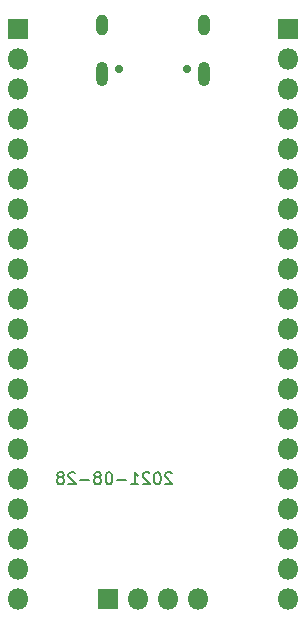
<source format=gbr>
%TF.GenerationSoftware,KiCad,Pcbnew,(5.1.6)-1*%
%TF.CreationDate,2021-08-28T00:22:51-07:00*%
%TF.ProjectId,Rocketboard-Engine,526f636b-6574-4626-9f61-72642d456e67,1.0*%
%TF.SameCoordinates,Original*%
%TF.FileFunction,Soldermask,Bot*%
%TF.FilePolarity,Negative*%
%FSLAX46Y46*%
G04 Gerber Fmt 4.6, Leading zero omitted, Abs format (unit mm)*
G04 Created by KiCad (PCBNEW (5.1.6)-1) date 2021-08-28 00:22:51*
%MOMM*%
%LPD*%
G01*
G04 APERTURE LIST*
%ADD10C,0.150000*%
%ADD11O,1.800000X1.800000*%
%ADD12R,1.800000X1.800000*%
%ADD13C,0.700000*%
%ADD14O,1.000000X1.800000*%
%ADD15O,1.000000X2.100000*%
G04 APERTURE END LIST*
%TO.C,H1*%
D10*
X136207142Y-111847619D02*
X136159523Y-111800000D01*
X136064285Y-111752380D01*
X135826190Y-111752380D01*
X135730952Y-111800000D01*
X135683333Y-111847619D01*
X135635714Y-111942857D01*
X135635714Y-112038095D01*
X135683333Y-112180952D01*
X136254761Y-112752380D01*
X135635714Y-112752380D01*
X135016666Y-111752380D02*
X134921428Y-111752380D01*
X134826190Y-111800000D01*
X134778571Y-111847619D01*
X134730952Y-111942857D01*
X134683333Y-112133333D01*
X134683333Y-112371428D01*
X134730952Y-112561904D01*
X134778571Y-112657142D01*
X134826190Y-112704761D01*
X134921428Y-112752380D01*
X135016666Y-112752380D01*
X135111904Y-112704761D01*
X135159523Y-112657142D01*
X135207142Y-112561904D01*
X135254761Y-112371428D01*
X135254761Y-112133333D01*
X135207142Y-111942857D01*
X135159523Y-111847619D01*
X135111904Y-111800000D01*
X135016666Y-111752380D01*
X134302380Y-111847619D02*
X134254761Y-111800000D01*
X134159523Y-111752380D01*
X133921428Y-111752380D01*
X133826190Y-111800000D01*
X133778571Y-111847619D01*
X133730952Y-111942857D01*
X133730952Y-112038095D01*
X133778571Y-112180952D01*
X134350000Y-112752380D01*
X133730952Y-112752380D01*
X132778571Y-112752380D02*
X133350000Y-112752380D01*
X133064285Y-112752380D02*
X133064285Y-111752380D01*
X133159523Y-111895238D01*
X133254761Y-111990476D01*
X133350000Y-112038095D01*
X132350000Y-112371428D02*
X131588095Y-112371428D01*
X130921428Y-111752380D02*
X130826190Y-111752380D01*
X130730952Y-111800000D01*
X130683333Y-111847619D01*
X130635714Y-111942857D01*
X130588095Y-112133333D01*
X130588095Y-112371428D01*
X130635714Y-112561904D01*
X130683333Y-112657142D01*
X130730952Y-112704761D01*
X130826190Y-112752380D01*
X130921428Y-112752380D01*
X131016666Y-112704761D01*
X131064285Y-112657142D01*
X131111904Y-112561904D01*
X131159523Y-112371428D01*
X131159523Y-112133333D01*
X131111904Y-111942857D01*
X131064285Y-111847619D01*
X131016666Y-111800000D01*
X130921428Y-111752380D01*
X130016666Y-112180952D02*
X130111904Y-112133333D01*
X130159523Y-112085714D01*
X130207142Y-111990476D01*
X130207142Y-111942857D01*
X130159523Y-111847619D01*
X130111904Y-111800000D01*
X130016666Y-111752380D01*
X129826190Y-111752380D01*
X129730952Y-111800000D01*
X129683333Y-111847619D01*
X129635714Y-111942857D01*
X129635714Y-111990476D01*
X129683333Y-112085714D01*
X129730952Y-112133333D01*
X129826190Y-112180952D01*
X130016666Y-112180952D01*
X130111904Y-112228571D01*
X130159523Y-112276190D01*
X130207142Y-112371428D01*
X130207142Y-112561904D01*
X130159523Y-112657142D01*
X130111904Y-112704761D01*
X130016666Y-112752380D01*
X129826190Y-112752380D01*
X129730952Y-112704761D01*
X129683333Y-112657142D01*
X129635714Y-112561904D01*
X129635714Y-112371428D01*
X129683333Y-112276190D01*
X129730952Y-112228571D01*
X129826190Y-112180952D01*
X129207142Y-112371428D02*
X128445238Y-112371428D01*
X128016666Y-111847619D02*
X127969047Y-111800000D01*
X127873809Y-111752380D01*
X127635714Y-111752380D01*
X127540476Y-111800000D01*
X127492857Y-111847619D01*
X127445238Y-111942857D01*
X127445238Y-112038095D01*
X127492857Y-112180952D01*
X128064285Y-112752380D01*
X127445238Y-112752380D01*
X126873809Y-112180952D02*
X126969047Y-112133333D01*
X127016666Y-112085714D01*
X127064285Y-111990476D01*
X127064285Y-111942857D01*
X127016666Y-111847619D01*
X126969047Y-111800000D01*
X126873809Y-111752380D01*
X126683333Y-111752380D01*
X126588095Y-111800000D01*
X126540476Y-111847619D01*
X126492857Y-111942857D01*
X126492857Y-111990476D01*
X126540476Y-112085714D01*
X126588095Y-112133333D01*
X126683333Y-112180952D01*
X126873809Y-112180952D01*
X126969047Y-112228571D01*
X127016666Y-112276190D01*
X127064285Y-112371428D01*
X127064285Y-112561904D01*
X127016666Y-112657142D01*
X126969047Y-112704761D01*
X126873809Y-112752380D01*
X126683333Y-112752380D01*
X126588095Y-112704761D01*
X126540476Y-112657142D01*
X126492857Y-112561904D01*
X126492857Y-112371428D01*
X126540476Y-112276190D01*
X126588095Y-112228571D01*
X126683333Y-112180952D01*
%TD*%
D11*
%TO.C,J4*%
X146030000Y-122510000D03*
X146030000Y-119970000D03*
X146030000Y-117430000D03*
X146030000Y-114890000D03*
X146030000Y-112350000D03*
X146030000Y-109810000D03*
X146030000Y-107270000D03*
X146030000Y-104730000D03*
X146030000Y-102190000D03*
X146030000Y-99650000D03*
X146030000Y-97110000D03*
X146030000Y-94570000D03*
X146030000Y-92030000D03*
X146030000Y-89490000D03*
X146030000Y-86950000D03*
X146030000Y-84410000D03*
X146030000Y-81870000D03*
X146030000Y-79330000D03*
X146030000Y-76790000D03*
D12*
X146030000Y-74250000D03*
%TD*%
D11*
%TO.C,J3*%
X123170000Y-122520000D03*
X123170000Y-119980000D03*
X123170000Y-117440000D03*
X123170000Y-114900000D03*
X123170000Y-112360000D03*
X123170000Y-109820000D03*
X123170000Y-107280000D03*
X123170000Y-104740000D03*
X123170000Y-102200000D03*
X123170000Y-99660000D03*
X123170000Y-97120000D03*
X123170000Y-94580000D03*
X123170000Y-92040000D03*
X123170000Y-89500000D03*
X123170000Y-86960000D03*
X123170000Y-84420000D03*
X123170000Y-81880000D03*
X123170000Y-79340000D03*
X123170000Y-76800000D03*
D12*
X123170000Y-74260000D03*
%TD*%
D13*
%TO.C,J2*%
X137480000Y-77590000D03*
X131700000Y-77590000D03*
D14*
X130270000Y-73900000D03*
X138910000Y-73900000D03*
D15*
X130270000Y-78070000D03*
X138910000Y-78070000D03*
%TD*%
D11*
%TO.C,J1*%
X138420000Y-122500000D03*
X135880000Y-122500000D03*
X133340000Y-122500000D03*
D12*
X130800000Y-122500000D03*
%TD*%
M02*

</source>
